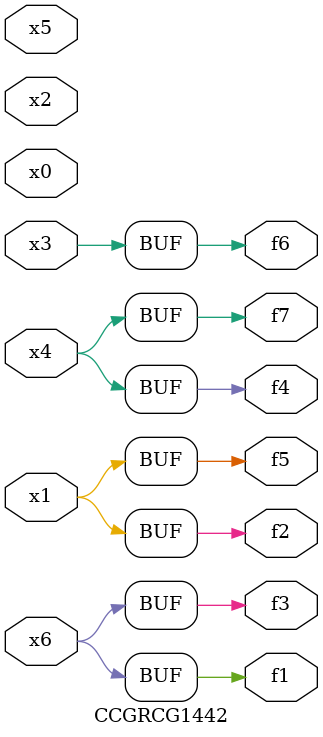
<source format=v>
module CCGRCG1442(
	input x0, x1, x2, x3, x4, x5, x6,
	output f1, f2, f3, f4, f5, f6, f7
);
	assign f1 = x6;
	assign f2 = x1;
	assign f3 = x6;
	assign f4 = x4;
	assign f5 = x1;
	assign f6 = x3;
	assign f7 = x4;
endmodule

</source>
